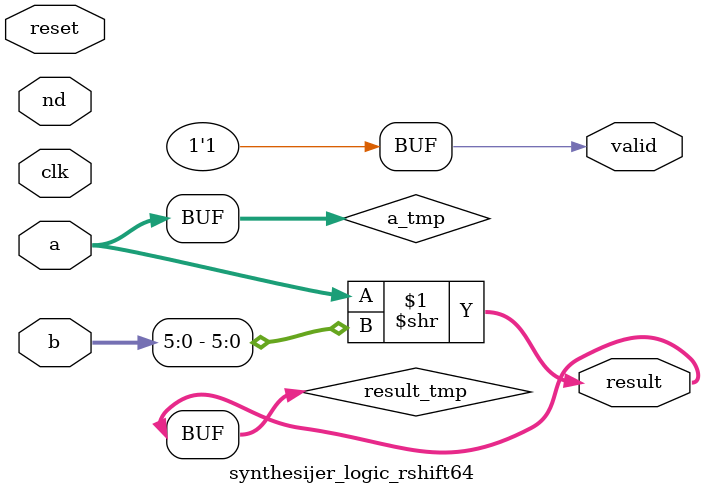
<source format=v>
`default_nettype none

module synthesijer_logic_rshift64
  (
   input wire 		     clk,
   input wire 		     reset,
   input wire signed [63:0]  a,
   input wire signed [63:0]  b,
   input wire 		     nd,
   output wire signed [63:0] result,
   output wire 		     valid
   );

//   wire unsigned [63:0] a_tmp;
//   wire unsigned [63:0] result_tmp;
   wire [63:0] a_tmp;
   wire [63:0] result_tmp;

   assign a_tmp = a;
   
   assign result_tmp = a_tmp >> b[5:0];
   
   assign result = result_tmp;
   assign valid = 1'b1;

endmodule // synthesijer_logic_rshift64

`default_nettype wire

</source>
